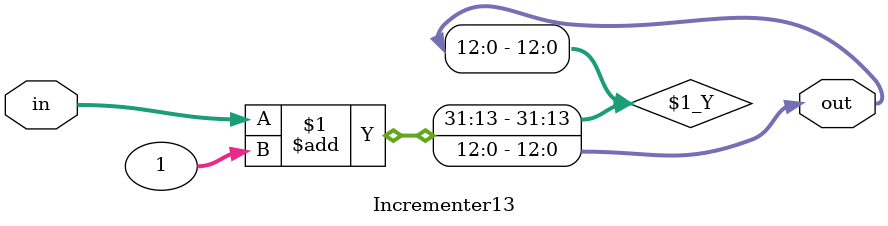
<source format=sv>
module ALU(
    input Ci,
    input[1:0]  ALUop,
	input[7:0]  a,
	input[7:0]  b,
	output logic[2:0] status,
	output logic [7:0] out);

    parameter[1:0]
            ADD = 2'b00,
            AND = 2'b01,
            OR =  2'b10;

    logic Cout;
    logic Zero;
    logic Neg;

    always_comb begin
        {Zero, Neg, Cout} = 0;
        case(ALUop)
        ADD:    {Cout, out} = a + b + Ci;
        AND:    out = a & b;
        OR:     out = a | b;
        default: out = 8'bz; 
        endcase
        Zero = out == 0;
        Neg = out < 0;
    end

    assign status = {Cout, Zero, Neg};
endmodule

module Incrementer13(input[12:0] in, output[12:0] out);
    assign out = in + 1;
endmodule
</source>
